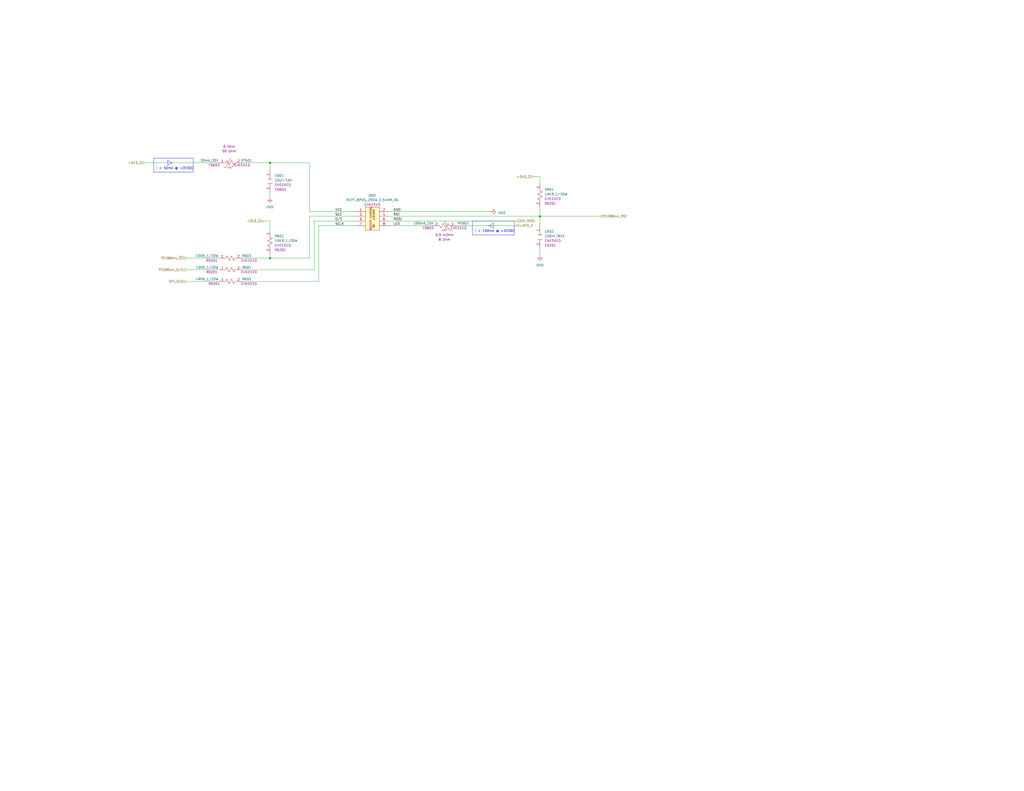
<source format=kicad_sch>
(kicad_sch (version 20230121) (generator eeschema)
  (paper "C")
  (title_block (title "Hot Plate") (date "09/15/2023") (rev "v1.0") (company "Mend0z0") (comment 1 "v1") (comment 2 "RELEASED") (comment 3 "Siavash Taher Parvar") (comment 8 "N/A"))
  (lib_symbols
    (symbol "_SCHLIB_HotPlate:CAP_100nF/6V3_C0201"
      (property "Reference" "C" (at 2.54 5.08 0))
      (property "Value" "100nF{slash}6V3" (at 2.54 7.62 0))
      (property "SCH CHECK" "CHECKED" (at 2.54 22.86 0))
      (property "Package" "C0201" (at 2.54 25.4 0))
      (symbol "CAP_100nF/6V3_C0201_0_0"
        (polyline (pts (xy 5.08 1.27) (xy 5.08 -1.27)))
        (polyline (pts (xy 7.62 1.27) (xy 7.62 -1.27)))
      )
      (symbol "CAP_100nF/6V3_C0201_1_1"
        (pin passive line (at 0 0 0) (length 5.08) (name "") (number "1"))
        (pin passive line (at 12.7 0 180) (length 5.08) (name "") (number "2"))
      )
    )
    (symbol "_SCHLIB_HotPlate:CAP_10uF/16V-C0603"
      (property "Reference" "C" (at 2.54 3.81 0))
      (property "Value" "10uF{slash}16V" (at 2.54 6.35 0))
      (property "SCH CHECK" "CHECKED" (at 2.54 21.59 0))
      (property "Package" "C0603" (at 2.54 24.13 0))
      (symbol "CAP_10uF/16V-C0603_0_0"
        (polyline (pts (xy 5.08 1.27) (xy 5.08 -1.27)))
        (polyline (pts (xy 7.62 1.27) (xy 7.62 -1.27)))
      )
      (symbol "CAP_10uF/16V-C0603_1_1"
        (pin passive line (at 0 0 0) (length 5.08) (name "") (number "1"))
        (pin passive line (at 12.7 0 180) (length 5.08) (name "") (number "2"))
      )
    )
    (symbol "_SCHLIB_HotPlate:CONN_RCPT_8POS_2ROW_2.54MM_RA"
      (property "Reference" "J" (at 2.54 2.54 0))
      (property "Value" "RCPT_8POS_2ROW_2.54MM_RA" (at 2.54 5.08 0))
      (property "SCH CHECK" "CHECKED" (at 2.54 20.32 0))
      (symbol "CONN_RCPT_8POS_2ROW_2.54MM_RA_0_1"
        (rectangle (start 0 0) (end 7.62 -12.7) (fill (type background)))
        (text "RECEPT 4X2POS\nRA   2.54MM" (at 3.81 -6.35 900) (effects (font (size 1.016 1.016))))
      )
      (symbol "CONN_RCPT_8POS_2ROW_2.54MM_RA_1_1"
        (pin passive line (at -5.08 -2.54 0) (length 5.08) (name "") (number "1"))
        (pin passive line (at 12.7 -2.54 180) (length 5.08) (name "") (number "2"))
        (pin passive line (at -5.08 -5.08 0) (length 5.08) (name "") (number "3"))
        (pin passive line (at 12.7 -5.08 180) (length 5.08) (name "") (number "4"))
        (pin passive line (at -5.08 -7.62 0) (length 5.08) (name "") (number "5"))
        (pin passive line (at 12.7 -7.62 180) (length 5.08) (name "") (number "6"))
        (pin passive line (at -5.08 -10.16 0) (length 5.08) (name "") (number "7"))
        (pin passive line (at 12.7 -10.16 180) (length 5.08) (name "") (number "8"))
      )
    )
    (symbol "_SCHLIB_HotPlate:PTC_0ZCM0003FF2G_F0603"
      (property "Reference" "RT" (at 2.54 3.81 0))
      (property "Value" "30mA_30V" (at 2.54 6.35 0))
      (property "SCH CHECK" "CHECKED" (at 2.54 21.59 0))
      (property "Init resistance" "6 Ohm" (at 2.54 26.67 0))
      (property "Post trip resistance" "50 Ohm" (at 2.54 29.21 0))
      (property "Package" "F0603" (at 2.54 24.13 0))
      (symbol "PTC_0ZCM0003FF2G_F0603_0_0"
        (polyline (pts (xy 3.81 0) (xy 4.445 1.27) (xy 5.715 -1.27) (xy 6.985 1.27) (xy 8.255 -1.27) (xy 8.89 0)))
      )
      (symbol "PTC_0ZCM0003FF2G_F0603_0_1"
        (polyline (pts (xy 3.81 -2.54) (xy 2.54 -2.54)))
        (polyline (pts (xy 3.81 -2.54) (xy 6.35 2.54)))
        (text "+t°" (at 6.35 -2.54 0) (effects (font (size 1.27 1.27))))
      )
      (symbol "PTC_0ZCM0003FF2G_F0603_1_1"
        (pin passive line (at 0 0 0) (length 3.81) (name "") (number "1"))
        (pin passive line (at 12.7 0 180) (length 3.81) (name "") (number "2"))
      )
    )
    (symbol "_SCHLIB_HotPlate:PTC_0ZCM0010FF2G_F0603"
      (property "Reference" "RT" (at 2.54 3.81 0))
      (property "Value" "100mA_15V" (at 2.54 6.35 0))
      (property "SCH CHECK" "CHECKED" (at 2.54 21.59 0))
      (property "Init resistance" "0.9 mOhm" (at 2.54 26.67 0))
      (property "Post trip resistance" "8 Ohm" (at 2.54 29.21 0))
      (property "Package" "F0603" (at 2.54 24.13 0))
      (symbol "PTC_0ZCM0010FF2G_F0603_0_0"
        (polyline (pts (xy 3.81 0) (xy 4.445 1.27) (xy 5.715 -1.27) (xy 6.985 1.27) (xy 8.255 -1.27) (xy 8.89 0)))
      )
      (symbol "PTC_0ZCM0010FF2G_F0603_0_1"
        (polyline (pts (xy 3.81 -2.54) (xy 2.54 -2.54)))
        (polyline (pts (xy 3.81 -2.54) (xy 6.35 2.54)))
        (text "+t°" (at 6.35 -2.54 0) (effects (font (size 1.27 1.27))))
      )
      (symbol "PTC_0ZCM0010FF2G_F0603_1_1"
        (pin passive line (at 0 0 0) (length 3.81) (name "") (number "1"))
        (pin passive line (at 12.7 0 180) (length 3.81) (name "") (number "2"))
      )
    )
    (symbol "_SCHLIB_HotPlate:RES_100R_1/20W-R0201"
      (property "Reference" "R" (at 2.54 3.81 0))
      (property "Value" "100R_1{slash}20W" (at 2.54 6.35 0))
      (property "SCH CHECK" "CHECKED" (at 2.54 21.59 0))
      (property "Package" "R0201" (at 2.54 24.13 0))
      (symbol "RES_100R_1/20W-R0201_0_0"
        (polyline (pts (xy 3.81 0) (xy 4.445 1.27) (xy 5.715 -1.27) (xy 6.985 1.27) (xy 8.255 -1.27) (xy 8.89 0)))
      )
      (symbol "RES_100R_1/20W-R0201_1_1"
        (pin passive line (at 0 0 0) (length 3.81) (name "") (number "1"))
        (pin passive line (at 12.7 0 180) (length 3.81) (name "") (number "2"))
      )
    )
    (symbol "_SCHLIB_HotPlate:RES_10KR_1/20W-R0201"
      (property "Reference" "R" (at 2.54 5.08 0))
      (property "Value" "10KR_1{slash}20W" (at 2.54 7.62 0))
      (property "SCH CHECK" "CHECKED" (at 2.54 22.86 0))
      (property "Package" "R0201" (at 2.54 25.4 0))
      (symbol "RES_10KR_1/20W-R0201_0_0"
        (polyline (pts (xy 3.81 0) (xy 4.445 1.27) (xy 5.715 -1.27) (xy 6.985 1.27) (xy 8.255 -1.27) (xy 8.89 0)))
      )
      (symbol "RES_10KR_1/20W-R0201_1_1"
        (pin passive line (at 0 0 0) (length 3.81) (name "") (number "1"))
        (pin passive line (at 12.7 0 180) (length 3.81) (name "") (number "2"))
      )
    )
    (symbol "_SCHLIB_HotPlate:RES_49R9_1/20W-R0201"
      (property "Reference" "R" (at 2.54 3.81 0))
      (property "Value" "49R9_1/20W" (at 2.54 6.35 0))
      (property "SCH CHECK" "CHECKED" (at 2.54 21.59 0))
      (property "Package" "R0201" (at 2.54 24.13 0))
      (symbol "RES_49R9_1/20W-R0201_0_0"
        (polyline (pts (xy 3.81 0) (xy 4.445 1.27) (xy 5.715 -1.27) (xy 6.985 1.27) (xy 8.255 -1.27) (xy 8.89 0)))
      )
      (symbol "RES_49R9_1/20W-R0201_1_1"
        (pin passive line (at 0 0 0) (length 3.81) (name "") (number "1"))
        (pin passive line (at 12.7 0 180) (length 3.81) (name "") (number "2"))
      )
    )
    (symbol "power:GND" (power) (pin_names (offset 0))
      (property "Value" "GND" (at 0 -3.81 0))
      (symbol "GND_0_1"
        (polyline (pts (xy 0 0) (xy 0 -1.27) (xy 1.27 -1.27) (xy 0 -2.54) (xy -1.27 -1.27) (xy 0 -1.27)))
      )
      (symbol "GND_1_1"
        (pin power_in line (at 0 0 270) (length 0) hide (name "GND") (number "1"))
      )
    )
  )
  (junction (at 147.32 88.9))
  (junction (at 294.64 118.11))
  (junction (at 147.32 140.97))
  (wire (pts (xy 294.64 96.52) (xy 294.64 100.33)))
  (wire (pts (xy 173.99 123.19) (xy 194.31 123.19)))
  (polyline (pts (xy 91.44 87.63) (xy 93.98 88.9)))
  (wire (pts (xy 168.91 140.97) (xy 168.91 118.11)))
  (wire (pts (xy 147.32 140.97) (xy 168.91 140.97)))
  (wire (pts (xy 147.32 88.9) (xy 168.91 88.9)))
  (wire (pts (xy 101.6 153.67) (xy 119.38 153.67)))
  (polyline (pts (xy 257.81 120.65) (xy 257.81 128.27)))
  (wire (pts (xy 147.32 88.9) (xy 147.32 92.71)))
  (wire (pts (xy 147.32 120.65) (xy 147.32 125.73)))
  (polyline (pts (xy 280.67 128.27) (xy 257.81 128.27)))
  (polyline (pts (xy 83.82 86.36) (xy 105.41 86.36)))
  (wire (pts (xy 132.08 153.67) (xy 173.99 153.67)))
  (wire (pts (xy 147.32 107.95) (xy 147.32 105.41)))
  (polyline (pts (xy 105.41 93.98) (xy 83.82 93.98)))
  (wire (pts (xy 173.99 153.67) (xy 173.99 123.19)))
  (polyline (pts (xy 269.24 121.92) (xy 266.7 123.19)))
  (wire (pts (xy 294.64 118.11) (xy 327.66 118.11)))
  (wire (pts (xy 147.32 140.97) (xy 147.32 138.43)))
  (wire (pts (xy 78.74 88.9) (xy 119.38 88.9)))
  (wire (pts (xy 212.09 115.57) (xy 267.97 115.57)))
  (polyline (pts (xy 280.67 120.65) (xy 280.67 128.27)))
  (wire (pts (xy 294.64 135.89) (xy 294.64 139.7)))
  (wire (pts (xy 143.51 120.65) (xy 147.32 120.65)))
  (wire (pts (xy 290.83 96.52) (xy 294.64 96.52)))
  (wire (pts (xy 171.45 120.65) (xy 194.31 120.65)))
  (wire (pts (xy 168.91 88.9) (xy 168.91 115.57)))
  (wire (pts (xy 294.64 118.11) (xy 294.64 123.19)))
  (wire (pts (xy 248.92 123.19) (xy 281.94 123.19)))
  (wire (pts (xy 132.08 147.32) (xy 171.45 147.32)))
  (wire (pts (xy 212.09 118.11) (xy 294.64 118.11)))
  (polyline (pts (xy 266.7 123.19) (xy 269.24 124.46)))
  (wire (pts (xy 132.08 140.97) (xy 147.32 140.97)))
  (wire (pts (xy 294.64 113.03) (xy 294.64 118.11)))
  (polyline (pts (xy 257.81 120.65) (xy 280.67 120.65)))
  (wire (pts (xy 132.08 88.9) (xy 147.32 88.9)))
  (wire (pts (xy 168.91 115.57) (xy 194.31 115.57)))
  (wire (pts (xy 101.6 140.97) (xy 119.38 140.97)))
  (wire (pts (xy 168.91 118.11) (xy 194.31 118.11)))
  (wire (pts (xy 212.09 123.19) (xy 236.22 123.19)))
  (polyline (pts (xy 269.24 121.92) (xy 269.24 124.46)))
  (wire (pts (xy 101.6 147.32) (xy 119.38 147.32)))
  (wire (pts (xy 171.45 147.32) (xy 171.45 120.65)))
  (polyline (pts (xy 105.41 86.36) (xy 105.41 93.98)))
  (polyline (pts (xy 83.82 86.36) (xy 83.82 93.98)))
  (wire (pts (xy 212.09 120.65) (xy 281.94 120.65)))
  (polyline (pts (xy 91.44 87.63) (xy 91.44 90.17)))
  (polyline (pts (xy 93.98 88.9) (xy 91.44 90.17)))
  (text "I = 100mA @ +3V3DC" (at 259.08 127 0) (effects (font (size 1.27 1.27)) (justify left bottom)))
  (text "I = 50mA @ +3V3DC" (at 85.09 92.71 0) (effects (font (size 1.27 1.27)) (justify left bottom)))
  (label "VCC" (at 182.88 115.57 0))
  (label "D{slash}C" (at 182.88 120.65 0))
  (label "GND" (at 214.63 115.57 0))
  (label "SCLK" (at 182.88 123.19 0))
  (label "RST" (at 214.63 118.11 0))
  (label "SCE" (at 182.88 118.11 0))
  (label "LED" (at 214.63 123.19 0))
  (label "MOSI" (at 214.63 120.65 0))
  (hierarchical_label "PCD8544_~{CE}" (shape input) (at 101.6 140.97 180))
  (hierarchical_label "+3V3_2" (shape input) (at 143.51 120.65 180))
  (hierarchical_label "PCD8544_RST" (shape input) (at 327.66 118.11 0))
  (hierarchical_label "SPI_MOSI" (shape input) (at 281.94 120.65 0))
  (hierarchical_label "+3V3_2" (shape input) (at 78.74 88.9 180))
  (hierarchical_label "PCD8544_D{slash}C" (shape input) (at 101.6 147.32 180))
  (hierarchical_label "+3V3_2" (shape input) (at 290.83 96.52 180))
  (hierarchical_label "+3V3_2" (shape input) (at 281.94 123.19 0))
  (hierarchical_label "SPI_SCK" (shape input) (at 101.6 153.67 180))
  (symbol (lib_id "power:GND") (at 147.32 107.95 0) (unit 1)
    (property "Reference" "#PWR0601" (effects hide))
    (property "Value" "GND" (at 147.32 113.03 0))
  )
  (symbol (lib_id "_SCHLIB_HotPlate:CONN_RCPT_8POS_2ROW_2.54MM_RA") (at 199.39 113.03 0) (unit 1)
    (property "Reference" "J601" (at 203.2 106.68 0))
    (property "Value" "RCPT_8POS_2ROW_2.54MM_RA" (at 203.2 109.22 0))
    (property "Footprint" "Connector_PinSocket_2.54mm:PinSocket_2x04_P2.54mm_Horizontal" (effects hide))
    (property "Datasheet" "https://media.digikey.com/pdf/Data%20Sheets/Sullins%20PDFs/Female_Headers.100_DS.pdf" (effects hide))
    (property "Description" "8 Position Header Connector 0.100\" (2.54mm) Through Hole, Right Angle Tin" (effects hide))
    (property "Part Number" "PPTC042LJBN-RC" (effects hide))
    (property "Link" "https://www.digikey.ca/en/products/detail/sullins-connector-solutions/PPTC042LJBN-RC/775976" (effects hide))
    (property "SCH CHECK" "CHECKED" (at 203.2 111.76 0))
  )
  (symbol (lib_id "_SCHLIB_HotPlate:RES_100R_1/20W-R0201") (at 119.38 147.32 0) (unit 1)
    (property "Reference" "R604" (at 134.62 146.05 0))
    (property "Value" "100R_1/20W" (at 113.03 146.05 0))
    (property "Footprint" "Resistor_SMD:R_0201_0603Metric" (effects hide))
    (property "Datasheet" "https://www.seielect.com/Catalog/SEI-RMCF_RMCP.pdf" (effects hide))
    (property "Description" "100 Ohms ±1% 0.05W, 1/20W Chip Resistor 0201 (0603 Metric) Thick Film" (effects hide))
    (property "Part Number" "RMCF0201FT100R" (effects hide))
    (property "Link" "https://www.digikey.ca/en/products/detail/stackpole-electronics-inc/RMCF0201FT100R/1714988" (effects hide))
    (property "SCH CHECK" "CHECKED" (at 135.89 148.59 0))
    (property "Package" "R0201" (at 115.57 148.59 0))
  )
  (symbol (lib_id "_SCHLIB_HotPlate:PTC_0ZCM0010FF2G_F0603") (at 248.92 123.19 0) (mirror y) (unit 1)
    (property "Reference" "RT602" (at 252.73 121.92 0))
    (property "Value" "100mA_15V" (at 231.14 121.92 0))
    (property "Footprint" "Fuse:Fuse_0603_1608Metric" (effects hide))
    (property "Datasheet" "https://www.belfuse.com/resources/datasheets/circuitprotection/ds-cp-0zcm-series.pdf" (effects hide))
    (property "Description" "Polymeric PTC Resettable Fuse 15V 100 mA Ih Surface Mount 0603 (1608 Metric), Concave" (effects hide))
    (property "Part Number" "0ZCM0010FF2G" (effects hide))
    (property "Link" "https://www.digikey.ca/en/products/detail/bel-fuse-inc/0ZCM0010FF2G/4156146" (effects hide))
    (property "SCH CHECK" "CHECKED" (at 250.19 124.46 0))
    (property "Init resistance" "0.9 mOhm" (at 242.57 128.27 0))
    (property "Post trip resistance" "8 Ohm" (at 242.57 130.81 0))
    (property "Package" "F0603" (at 233.68 124.46 0))
  )
  (symbol (lib_id "_SCHLIB_HotPlate:RES_100R_1/20W-R0201") (at 119.38 140.97 0) (unit 1)
    (property "Reference" "R603" (at 134.62 139.7 0))
    (property "Value" "100R_1/20W" (at 113.03 139.7 0))
    (property "Footprint" "Resistor_SMD:R_0201_0603Metric" (effects hide))
    (property "Datasheet" "https://www.seielect.com/Catalog/SEI-RMCF_RMCP.pdf" (effects hide))
    (property "Description" "100 Ohms ±1% 0.05W, 1/20W Chip Resistor 0201 (0603 Metric) Thick Film" (effects hide))
    (property "Part Number" "RMCF0201FT100R" (effects hide))
    (property "Link" "https://www.digikey.ca/en/products/detail/stackpole-electronics-inc/RMCF0201FT100R/1714988" (effects hide))
    (property "SCH CHECK" "CHECKED" (at 135.89 142.24 0))
    (property "Package" "R0201" (at 115.57 142.24 0))
  )
  (symbol (lib_id "_SCHLIB_HotPlate:CAP_10uF/16V-C0603") (at 147.32 92.71 270) (unit 1)
    (property "Reference" "C601" (at 149.86 95.885 90) (effects (justify left)))
    (property "Value" "10uF/16V" (at 149.86 98.425 90) (effects (justify left)))
    (property "Footprint" "Capacitor_SMD:C_0603_1608Metric" (effects hide))
    (property "Datasheet" "https://search.murata.co.jp/Ceramy/image/img/A01X/G101/ENG/GRT188R61C106KE13-01.pdf" (effects hide))
    (property "Description" "10 µF ±10% 16V Ceramic Capacitor X5R 0603 (1608 Metric)" (effects hide))
    (property "Part Number" "GRT188R61C106KE13J" (effects hide))
    (property "Link" "https://www.digikey.ca/en/products/detail/murata-electronics/GRT188R61C106KE13J/13904802" (effects hide))
    (property "SCH CHECK" "CHECKED" (at 149.86 100.965 90) (effects (justify left)))
    (property "Package" "C0603" (at 149.86 103.505 90) (effects (justify left)))
  )
  (symbol (lib_id "_SCHLIB_HotPlate:RES_10KR_1/20W-R0201") (at 147.32 125.73 270) (unit 1)
    (property "Reference" "R602" (at 149.86 128.905 90) (effects (justify left)))
    (property "Value" "10KR_1/20W" (at 149.86 131.445 90) (effects (justify left)))
    (property "Footprint" "Resistor_SMD:R_0201_0603Metric" (effects hide))
    (property "Datasheet" "https://www.seielect.com/Catalog/SEI-RMCF_RMCP.pdf" (effects hide))
    (property "Description" "10 kOhms ±1% 0.05W, 1/20W Chip Resistor 0201 (0603 Metric) Thick Film" (effects hide))
    (property "Part Number" "RMCF0201FT10K0" (effects hide))
    (property "Link" "https://www.digikey.ca/en/products/detail/stackpole-electronics-inc/RMCF0201FT10K0/1714990" (effects hide))
    (property "SCH CHECK" "CHECKED" (at 149.86 133.985 90) (effects (justify left)))
    (property "Package" "R0201" (at 149.86 136.525 90) (effects (justify left)))
  )
  (symbol (lib_id "power:GND") (at 294.64 139.7 0) (unit 1)
    (property "Reference" "#PWR0603" (effects hide))
    (property "Value" "GND" (at 294.64 144.78 0))
  )
  (symbol (lib_id "_SCHLIB_HotPlate:CAP_100nF/6V3_C0201") (at 294.64 123.19 270) (unit 1)
    (property "Reference" "C602" (at 297.18 126.365 90) (effects (justify left)))
    (property "Value" "100nF/6V3" (at 297.18 128.905 90) (effects (justify left)))
    (property "Footprint" "Capacitor_SMD:C_0201_0603Metric" (effects hide))
    (property "Datasheet" "https://www.yageo.com/upload/media/product/productsearch/datasheet/mlcc/UPY-GPHC_X7R_6.3V-to-250V_22.pdf" (effects hide))
    (property "Description" "0.1 µF ±10% 6.3V Ceramic Capacitor X7R 0201 (0603 Metric)" (effects hide))
    (property "Part Number" "CC0201KRX7R5BB104" (effects hide))
    (property "Link" "https://www.digikey.ca/en/products/detail/yageo/CC0201KRX7R5BB104/12698853" (effects hide))
    (property "SCH CHECK" "CHECKED" (at 297.18 131.445 90) (effects (justify left)))
    (property "Package" "C0201" (at 297.18 133.985 90) (effects (justify left)))
  )
  (symbol (lib_id "_SCHLIB_HotPlate:PTC_0ZCM0003FF2G_F0603") (at 119.38 88.9 0) (unit 1)
    (property "Reference" "RT601" (at 134.62 87.63 0))
    (property "Value" "30mA_30V" (at 114.3 87.63 0))
    (property "Footprint" "Fuse:Fuse_0603_1608Metric" (effects hide))
    (property "Datasheet" "https://www.belfuse.com/resources/datasheets/circuitprotection/ds-cp-0zcm-series.pdf" (effects hide))
    (property "Description" "Polymeric PTC Resettable Fuse 30V 30 mA Ih Surface Mount 0603 (1608 Metric), Concave" (effects hide))
    (property "Part Number" "0ZCM0003FF2G" (effects hide))
    (property "Link" "https://www.digikey.ca/en/products/detail/bel-fuse-inc/0ZCM0003FF2G/10270531" (effects hide))
    (property "SCH CHECK" "CHECKED" (at 132.08 90.17 0))
    (property "Init resistance" "6 Ohm" (at 125.095 80.01 0))
    (property "Post trip resistance" "50 Ohm" (at 125.095 82.55 0))
    (property "Package" "F0603" (at 116.84 90.17 0))
  )
  (symbol (lib_id "_SCHLIB_HotPlate:RES_10KR_1/20W-R0201") (at 294.64 100.33 270) (unit 1)
    (property "Reference" "R601" (at 297.18 103.505 90) (effects (justify left)))
    (property "Value" "10KR_1/20W" (at 297.18 106.045 90) (effects (justify left)))
    (property "Footprint" "Resistor_SMD:R_0201_0603Metric" (effects hide))
    (property "Datasheet" "https://www.seielect.com/Catalog/SEI-RMCF_RMCP.pdf" (effects hide))
    (property "Description" "10 kOhms ±1% 0.05W, 1/20W Chip Resistor 0201 (0603 Metric) Thick Film" (effects hide))
    (property "Part Number" "RMCF0201FT10K0" (effects hide))
    (property "Link" "https://www.digikey.ca/en/products/detail/stackpole-electronics-inc/RMCF0201FT10K0/1714990" (effects hide))
    (property "SCH CHECK" "CHECKED" (at 297.18 108.585 90) (effects (justify left)))
    (property "Package" "R0201" (at 297.18 111.125 90) (effects (justify left)))
  )
  (symbol (lib_id "power:GND") (at 267.97 115.57 90) (unit 1)
    (property "Reference" "#PWR0602" (effects hide))
    (property "Value" "GND" (at 271.78 116.205 90) (effects (justify right)))
  )
  (symbol (lib_id "_SCHLIB_HotPlate:RES_49R9_1/20W-R0201") (at 119.38 153.67 0) (unit 1)
    (property "Reference" "R605" (at 134.62 152.4 0))
    (property "Value" "49R9_1/20W" (at 113.03 152.4 0))
    (property "Footprint" "Resistor_SMD:R_0201_0603Metric" (effects hide))
    (property "Datasheet" "https://www.seielect.com/Catalog/SEI-RMCF_RMCP.pdf" (effects hide))
    (property "Description" "49.9 Ohms ±1% 0.05W, 1/20W Chip Resistor 0201 (0603 Metric) Thick Film" (effects hide))
    (property "Part Number" "RMCF0201FT49R9" (effects hide))
    (property "Link" "https://www.digikey.ca/en/products/detail/stackpole-electronics-inc/RMCF0201FT49R9/1715030" (effects hide))
    (property "SCH CHECK" "CHECKED" (at 135.89 154.94 0))
    (property "Package" "R0201" (at 116.84 154.94 0))
  )
)
</source>
